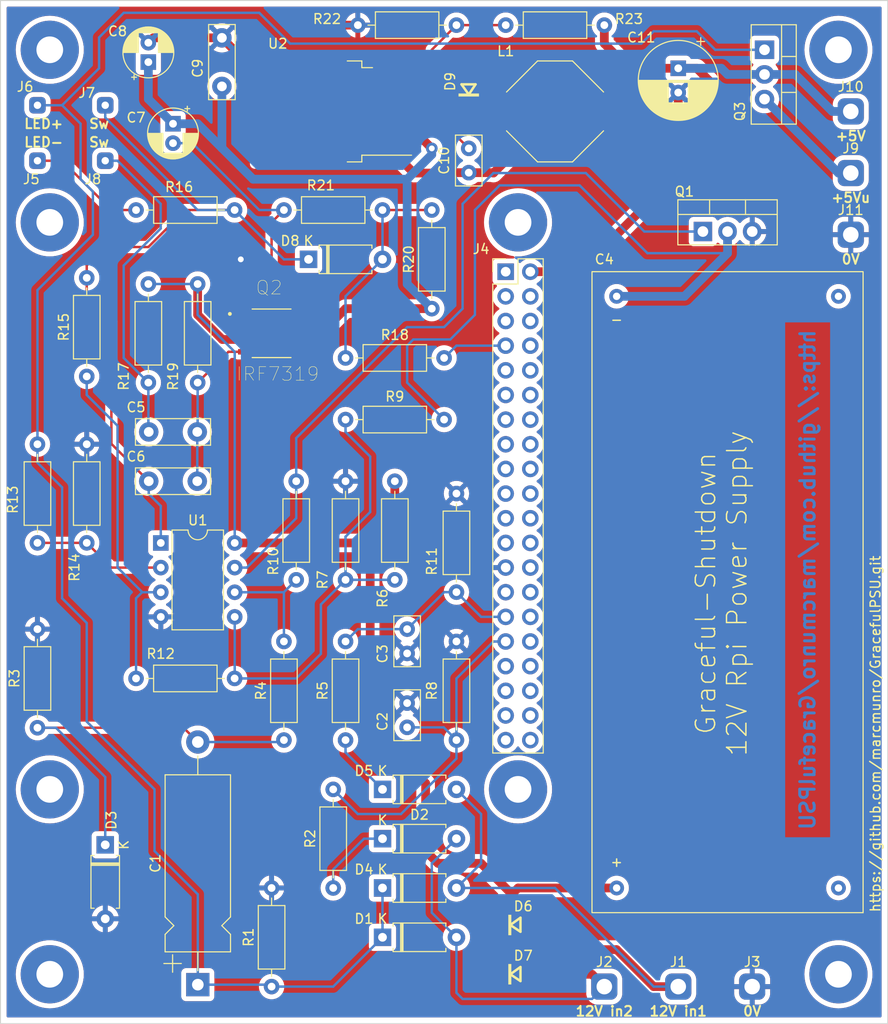
<source format=kicad_pcb>
(kicad_pcb (version 20211014) (generator pcbnew)
  (layers (0 "F.Cu" signal) (31 "B.Cu" signal) (34 "B.Paste" user) (35 "F.Paste" user) (36 "B.SilkS" user "B.Silkscreen") (37 "F.SilkS" user "F.Silkscreen") (38 "B.Mask" user) (39 "F.Mask" user) (44 "Edge.Cuts" user))
  (net 0 "")
  (net 1 "GND")
  (net 2 "Net-(C1-Pad2)")
  (net 3 "Net-(C1-Pad1)")
  (net 4 "Net-(C10-Pad2)")
  (net 5 "Net-(C4-Pad2)")
  (net 6 "Net-(C2-Pad2)")
  (net 7 "Net-(C10-Pad1)")
  (net 8 "Net-(C7-Pad2)")
  (net 9 "Net-(C3-Pad1)")
  (net 10 "Net-(C4-Pad1)")
  (net 11 "Net-(D2-Pad1)")
  (net 12 "Net-(C6-Pad2)")
  (net 13 "Net-(D1-Pad2)")
  (net 14 "/A")
  (net 15 "Net-(C7-Pad1)")
  (net 16 "Net-(C11-Pad1)")
  (net 17 "Net-(D4-Pad2)")
  (net 18 "Net-(D5-Pad1)")
  (net 24 "Net-(J4-Pad7)")
  (net 52 "/B")
  (net 56 "Net-(Q1-Pad1)")
  (net 57 "Net-(R10-Pad1)")
  (net 58 "Net-(R12-Pad1)")
  (net 59 "Net-(R12-Pad2)")
  (net 60 "Net-(R13-Pad2)")
  (net 61 "Net-(R22-Pad1)")
  (net 62 "Net-(J9-Pad1)")
  (net 63 "Net-(D8-Pad2)")
  (net 64 "Net-(J5-Pad1)")
  (footprint "Diode_THT:D_A-405_P7.62mm_Horizontal" (layer "F.Cu") (at 134.62 172.72)
    (fp_text reference "D4")
    (fp_text value "D" hide)
  )
  (footprint "Capacitor_THT:CP_Radial_D8.0mm_P2.50mm" (layer "F.Cu") (at 165.1 88.265 -90)
    (fp_text reference "C11")
    (fp_text value "1000μF")
  )
  (footprint "Resistor_THT:R_Axial_DIN0207_L6.3mm_D2.5mm_P10.16mm_Horizontal" (layer "F.Cu") (at 125.73 140.97 90)
    (fp_text reference "R10")
    (fp_text value "10M")
  )
  (footprint "Resistor_THT:R_Axial_DIN0207_L6.3mm_D2.5mm_P10.16mm_Horizontal" (layer "F.Cu") (at 129.54 172.72 90)
    (fp_text reference "R2")
    (fp_text value "1M")
  )
  (footprint "Resistor_THT:R_Axial_DIN0207_L6.3mm_D2.5mm_P10.16mm_Horizontal" (layer "F.Cu") (at 123.19 182.88 90)
    (fp_text reference "R1")
    (fp_text value "100K")
  )
  (footprint "my_extras:DO-214AC" (layer "F.Cu") (at 148.59 176.53)
    (fp_text reference "D6")
    (fp_text value "SS54")
  )
  (footprint "my_extras:SolderConnector - HighCurrent" (layer "F.Cu") (at 182.88 92.71)
    (fp_text reference "J10")
    (fp_text value "+5V" hide)
  )
  (footprint "Package_TO_SOT_THT:TO-220-3_Vertical" (layer "F.Cu") (at 167.64 105.085)
    (fp_text reference "Q1")
    (fp_text value "CSD19505")
  )
  (footprint "Capacitor_THT:C_Disc_D5.0mm_W2.5mm_P2.50mm" (layer "F.Cu") (at 137.16 146.05 -90)
    (fp_text reference "C3")
    (fp_text value "0.1μF")
  )
  (footprint "my_extras:pihole" (layer "F.Cu") (at 100.33 162.56)
    (fp_text reference "REF**" hide)
    (fp_text value "pihole" hide)
  )
  (footprint "Capacitor_THT:C_Disc_D5.0mm_W2.5mm_P2.50mm" (layer "F.Cu") (at 137.16 153.67 -90)
    (fp_text reference "C2")
    (fp_text value "0.1μF")
  )
  (footprint "Resistor_THT:R_Axial_DIN0207_L6.3mm_D2.5mm_P10.16mm_Horizontal" (layer "F.Cu") (at 130.81 124.46)
    (fp_text reference "R9")
    (fp_text value "560K")
  )
  (footprint "Resistor_THT:R_Axial_DIN0207_L6.3mm_D2.5mm_P10.16mm_Horizontal" (layer "F.Cu") (at 110.49 110.49 -90)
    (fp_text reference "R17")
    (fp_text value "10K")
  )
  (footprint "Resistor_THT:R_Axial_DIN0207_L6.3mm_D2.5mm_P10.16mm_Horizontal" (layer "F.Cu") (at 147.32 83.82)
    (fp_text reference "R23")
    (fp_text value "2K87")
  )
  (footprint "my_extras:pihole" (layer "F.Cu") (at 100.33 104.14)
    (fp_text reference "REF**" hide)
    (fp_text value "pihole" hide)
  )
  (footprint "Capacitor_THT:CP_Radial_D5.0mm_P2.00mm" (layer "F.Cu") (at 110.49 87.63 90)
    (fp_text reference "C8")
    (fp_text value "27μF")
  )
  (footprint "Capacitor_THT:C_Disc_D7.5mm_W2.5mm_P5.00mm" (layer "F.Cu") (at 115.53 130.81 180)
    (fp_text reference "C6")
    (fp_text value "1μF")
  )
  (footprint "Resistor_THT:R_Axial_DIN0207_L6.3mm_D2.5mm_P10.16mm_Horizontal" (layer "F.Cu") (at 142.24 147.32 -90)
    (fp_text reference "R8")
    (fp_text value "100K")
  )
  (footprint "Capacitor_THT:C_Disc_D7.5mm_W2.5mm_P5.00mm" (layer "F.Cu") (at 118.07 90.13 90)
    (fp_text reference "C9")
    (fp_text value "1μF")
  )
  (footprint "Resistor_THT:R_Axial_DIN0207_L6.3mm_D2.5mm_P10.16mm_Horizontal" (layer "F.Cu") (at 115.57 110.49 -90)
    (fp_text reference "R19")
    (fp_text value "100K")
  )
  (footprint "Resistor_THT:R_Axial_DIN0207_L6.3mm_D2.5mm_P10.16mm_Horizontal" (layer "F.Cu") (at 130.81 118.11)
    (fp_text reference "R18")
    (fp_text value "1K")
  )
  (footprint "my_extras:SolderConnector" (layer "F.Cu") (at 106.045 92.075)
    (fp_text reference "J7")
    (fp_text value "Sw" hide)
  )
  (footprint "Capacitor_THT:C_Disc_D5.0mm_W2.5mm_P2.50mm" (layer "F.Cu") (at 143.51 96.52 -90)
    (fp_text reference "C10")
    (fp_text value "0.1μF")
  )
  (footprint "my_extras:SOIC127P600X175-8N" (layer "F.Cu") (at 123.19 115.57)
    (fp_text reference "Q2")
    (fp_text value "IRF7319")
  )
  (footprint "Resistor_THT:R_Axial_DIN0207_L6.3mm_D2.5mm_P10.16mm_Horizontal" (layer "F.Cu") (at 99.06 127 -90)
    (fp_text reference "R13")
    (fp_text value "430K")
  )
  (footprint "Resistor_THT:R_Axial_DIN0207_L6.3mm_D2.5mm_P10.16mm_Horizontal" (layer "F.Cu") (at 104.14 120.015 90)
    (fp_text reference "R15")
    (fp_text value "10M")
  )
  (footprint "my_extras:SolderConnector - HighCurrent" (layer "F.Cu") (at 172.72 182.88)
    (fp_text reference "J3")
    (fp_text value "0v")
  )
  (footprint "" (layer "F.Cu") (at 181.61 181.61)
    (fp_text reference "")
    (fp_text value "")
  )
  (footprint "my_extras:pihole" (layer "F.Cu") (at 148.59 162.56)
    (fp_text reference "REF**" hide)
    (fp_text value "pihole" hide)
  )
  (footprint "my_extras:DO-214AC" (layer "F.Cu") (at 143.51 90.17 90)
    (fp_text reference "D9")
    (fp_text value "SS54")
  )
  (footprint "Diode_THT:D_A-405_P7.62mm_Horizontal" (layer "F.Cu") (at 134.62 177.8)
    (fp_text reference "D1")
    (fp_text value "D" hide)
  )
  (footprint "Package_TO_SOT_SMD:TO-263-7_TabPin8" (layer "F.Cu") (at 129.54 92.71 180)
    (fp_text reference "U2")
    (fp_text value "LM22678TJ-ADJ")
  )
  (footprint "Diode_THT:D_A-405_P7.62mm_Horizontal" (layer "F.Cu") (at 106.045 168.275 -90)
    (fp_text reference "D3")
    (fp_text value "D" hide)
  )
  (footprint "my_extras:DO-214AC" (layer "F.Cu") (at 148.59 181.61)
    (fp_text reference "D7")
    (fp_text value "SS54")
  )
  (footprint "Resistor_THT:R_Axial_DIN0207_L6.3mm_D2.5mm_P10.16mm_Horizontal" (layer "F.Cu") (at 130.81 140.97 90)
    (fp_text reference "R7")
    (fp_text value "1M")
  )
  (footprint "" (layer "F.Cu") (at 100.33 181.61)
    (fp_text reference "")
    (fp_text value "")
  )
  (footprint "Resistor_THT:R_Axial_DIN0207_L6.3mm_D2.5mm_P10.16mm_Horizontal" (layer "F.Cu") (at 134.62 102.87 180)
    (fp_text reference "R21")
    (fp_text value "330K")
  )
  (footprint "Resistor_THT:R_Axial_DIN0207_L6.3mm_D2.5mm_P10.16mm_Horizontal" (layer "F.Cu") (at 142.24 132.08 -90)
    (fp_text reference "R11")
    (fp_text value "100K")
  )
  (footprint "Diode_THT:D_A-405_P7.62mm_Horizontal" (layer "F.Cu") (at 134.62 162.56)
    (fp_text reference "D5")
    (fp_text value "D")
  )
  (footprint "Resistor_THT:R_Axial_DIN0207_L6.3mm_D2.5mm_P10.16mm_Horizontal" (layer "F.Cu") (at 109.22 102.87)
    (fp_text reference "R16")
    (fp_text value "12k")
  )
  (footprint "my_extras:SolderConnector - HighCurrent" (layer "F.Cu") (at 182.88 99.06)
    (fp_text reference "J9")
    (fp_text value "+5Vu" hide)
  )
  (footprint "Capacitor_THT:CP_Radial_D5.0mm_P2.00mm" (layer "F.Cu") (at 113.03 93.98 -90)
    (fp_text reference "C7")
    (fp_text value "10μF")
  )
  (footprint "my_extras:SolderConnector" (layer "F.Cu") (at 99.06 92.075)
    (fp_text reference "J6")
    (fp_text value "LED+" hide)
  )
  (footprint "Resistor_THT:R_Axial_DIN0207_L6.3mm_D2.5mm_P10.16mm_Horizontal" (layer "F.Cu") (at 119.38 151.13 180)
    (fp_text reference "R12")
    (fp_text value "1M")
  )
  (footprint "Resistor_THT:R_Axial_DIN0207_L6.3mm_D2.5mm_P10.16mm_Horizontal" (layer "F.Cu") (at 124.46 157.48 90)
    (fp_text reference "R4")
    (fp_text value "2M")
  )
  (footprint "Connector_PinHeader_2.54mm:PinHeader_2x20_P2.54mm_Vertical" (layer "F.Cu") (at 147.315 109.225)
    (fp_text reference "J4")
    (fp_text value "Conn_02x20_Odd_Even" hide)
  )
  (footprint "my_extras:pihole" (layer "F.Cu") (at 148.59 104.14)
    (fp_text reference "REF**" hide)
    (fp_text value "pihole" hide)
  )
  (footprint "Resistor_THT:R_Axial_DIN0207_L6.3mm_D2.5mm_P10.16mm_Horizontal" (layer "F.Cu") (at 142.24 83.82 180)
    (fp_text reference "R22")
    (fp_text value "1K")
  )
  (footprint "Resistor_THT:R_Axial_DIN0207_L6.3mm_D2.5mm_P10.16mm_Horizontal" (layer "F.Cu") (at 130.81 157.48 90)
    (fp_text reference "R5")
    (fp_text value "1M")
  )
  (footprint "my_extras:SolderConnector - HighCurrent" (layer "F.Cu") (at 182.88 105.41)
    (fp_text reference "J11")
    (fp_text value "0V" hide)
  )
  (footprint "" (layer "F.Cu") (at 100.33 86.36)
    (fp_text reference "")
    (fp_text value "")
  )
  (footprint "" (layer "F.Cu") (at 181.61 86.36)
    (fp_text reference "")
    (fp_text value "")
  )
  (footprint "Resistor_THT:R_Axial_DIN0207_L6.3mm_D2.5mm_P10.16mm_Horizontal" (layer "F.Cu") (at 135.89 130.81 -90)
    (fp_text reference "R6")
    (fp_text value "330K")
  )
  (footprint "Resistor_THT:R_Axial_DIN0207_L6.3mm_D2.5mm_P10.16mm_Horizontal" (layer "F.Cu") (at 104.14 137.16 90)
    (fp_text reference "R14")
    (fp_text value "560K")
  )
  (footprint "Resistor_THT:R_Axial_DIN0207_L6.3mm_D2.5mm_P10.16mm_Horizontal" (layer "F.Cu") (at 99.06 156.21 90)
    (fp_text reference "R3")
    (fp_text value "1M")
  )
  (footprint "Package_TO_SOT_THT:TO-220-3_Vertical" (layer "F.Cu") (at 173.99 86.36 -90)
    (fp_text reference "Q3")
    (fp_text value "CSD19505KCS")
  )
  (footprint "my_extras:SolderConnector" (layer "F.Cu") (at 106.045 97.79)
    (fp_text reference "J8")
    (fp_text value "Sw" hide)
  )
  (footprint "Diode_THT:D_A-405_P7.62mm_Horizontal" (layer "F.Cu") (at 134.62 167.64)
    (fp_text reference "D2")
    (fp_text value "D" hide)
  )
  (footprint "Inductor_SMD:L_Bourns-SRU1028_10.0x10.0mm" (layer "F.Cu") (at 152.4 92.71)
    (fp_text reference "L1")
    (fp_text value "6.8μH")
  )
  (footprint "Capacitor_THT:C_Disc_D7.5mm_W2.5mm_P5.00mm" (layer "F.Cu") (at 115.53 125.73 180)
    (fp_text reference "C5")
    (fp_text value "1μF")
  )
  (footprint "my_extras:SolderConnector - HighCurrent" (layer "F.Cu") (at 157.48 182.88)
    (fp_text reference "J2")
    (fp_text value "+12V in2" hide)
  )
  (footprint "my_extras:SuperCapacitor Module" (layer "F.Cu") (at 168.91 154.94 180)
    (fp_text reference "C4")
    (fp_text value "1.6F")
  )
  (footprint "Package_DIP:DIP-8_W7.62mm" (layer "F.Cu") (at 111.77 137.17)
    (fp_text reference "U1")
    (fp_text value "LM358")
  )
  (footprint "my_extras:SolderConnector - HighCurrent" (layer "F.Cu") (at 165.1 182.88)
    (fp_text reference "J1")
    (fp_text value "+12V in1" hide)
  )
  (footprint "Resistor_THT:R_Axial_DIN0207_L6.3mm_D2.5mm_P10.16mm_Horizontal" (layer "F.Cu") (at 139.7 113.03 90)
    (fp_text reference "R20")
    (fp_text value "100K")
  )
  (footprint "Diode_THT:D_A-405_P7.62mm_Horizontal" (layer "F.Cu") (at 127 107.95)
    (fp_text reference "D8")
    (fp_text value "D" hide)
  )
  (footprint "my_extras:SolderConnector" (layer "F.Cu") (at 99.06 97.79)
    (fp_text reference "J5")
    (fp_text value "LED-" hide)
  )
  (footprint "Capacitor_THT:CP_Axial_L18.0mm_D6.5mm_P25.00mm_Horizontal" (layer "F.Cu") (at 115.5875 182.68 90)
    (fp_text reference "C1")
    (fp_text value "16uF")
  )
  (gr_rect (start 186.69 81.28) (end 95.25 186.69) (layer "Edge.Cuts") (width 0.1) (fill none))
  (gr_text "https://github.com/marcmunro/GracefulPSU" (at 178.435 140.97 90) (layer "B.Cu") (effects (font (size 1.5 1.5) (thickness 0.3)) (justify mirror)))
  (gr_text "12V in2" (at 157.48 185.42) (layer "F.SilkS") (effects (font (size 1 1) (thickness 0.2))))
  (gr_text "LED+" (at 99.695 93.98) (layer "F.SilkS") (effects (font (size 1 1) (thickness 0.2))))
  (gr_text "+5V" (at 182.88 95.25) (layer "F.SilkS") (effects (font (size 1 1) (thickness 0.2))))
  (gr_text "https://github.com/marcmunro/GracefulPSU.git" (at 185.42 156.845 90) (layer "F.SilkS") (effects (font (size 1 1))))
  (gr_text "12V in1" (at 165.1 185.42) (layer "F.SilkS") (effects (font (size 1 1) (thickness 0.2))))
  (gr_text "+5Vu" (at 182.88 101.6) (layer "F.SilkS") (effects (font (size 1 1) (thickness 0.2))))
  (gr_text "LED-" (at 99.695 95.885) (layer "F.SilkS") (effects (font (size 1 1) (thickness 0.2))))
  (gr_text "0V" (at 172.72 185.42) (layer "F.SilkS") (effects (font (size 1 1) (thickness 0.2))))
  (gr_text "Sw" (at 105.41 93.98) (layer "F.SilkS") (effects (font (size 1 1) (thickness 0.2))))
  (gr_text "Graceful-Shutdown \n12V Rpi Power Supply " (at 169.545 141.605 90) (layer "F.SilkS") (effects (font (size 2 2))))
  (gr_text "Sw" (at 105.41 95.885) (layer "F.SilkS") (effects (font (size 1 1) (thickness 0.2))))
  (gr_text "0V" (at 182.88 107.95) (layer "F.SilkS") (effects (font (size 1 1) (thickness 0.2))))
  (segment (start 135.315 92.71) (end 126.165 92.71) (width 0.9) (layer "F.Cu") (net 1))
  (segment (start 110.99 85.13) (end 110.49 85.63) (width 0.9) (layer "F.Cu") (net 1))
  (segment (start 120.715 108.65) (end 120.015 107.95) (width 0.9) (layer "F.Cu") (net 1))
  (segment (start 129.54 83.82) (end 126.165 87.195) (width 0.9) (layer "F.Cu") (net 1))
  (segment (start 152.4 90.17) (end 152.4 95.25) (width 0.9) (layer "F.Cu") (net 1))
  (segment (start 143.51 88.12) (end 150.35 88.12) (width 0.9) (layer "F.Cu") (net 1))
  (segment (start 152.4 95.25) (end 154.94 97.79) (width 0.9) (layer "F.Cu") (net 1))
  (segment (start 118.07 85.13) (end 110.99 85.13) (width 0.9) (layer "F.Cu") (net 1))
  (segment (start 135.315 92.71) (end 138.92 92.71) (width 0.9) (layer "F.Cu") (net 1))
  (segment (start 126.165 87.195) (end 126.165 92.71) (width 0.9) (layer "F.Cu") (net 1))
  (segment (start 125.65 92.71) (end 126.165 92.71) (width 0.9) (layer "F.Cu") (net 1))
  (segment (start 118.07 85.13) (end 125.65 92.71) (width 0.9) (layer "F.Cu") (net 1))
  (segment (start 165.1 92.71) (end 165.1 90.765) (width 0.9) (layer "F.Cu") (net 1))
  (segment (start 138.92 92.71) (end 143.51 88.12) (width 0.9) (layer "F.Cu") (net 1))
  (segment (start 160.02 97.79) (end 165.1 92.71) (width 0.9) (layer "F.Cu") (net 1))
  (segment (start 132.08 83.82) (end 129.54 83.82) (width 0.9) (layer "F.Cu") (net 1))
  (segment (start 120.715 113.665) (end 120.715 108.65) (width 0.9) (layer "F.Cu") (net 1))
  (segment (start 154.94 97.79) (end 160.02 97.79) (width 0.9) (layer "F.Cu") (net 1))
  (segment (start 150.35 88.12) (end 152.4 90.17) (width 0.9) (layer "F.Cu") (net 1))
  (via (at 120.015 107.95) (size 1.2) (drill 0.6) (layers "F.Cu" "B.Cu") (net 1))
  (segment (start 99.06 156.21) (end 114.1175 156.21) (width 0.25) (layer "F.Cu") (net 2))
  (segment (start 114.1175 156.21) (end 115.5875 157.68) (width 0.25) (layer "F.Cu") (net 2))
  (segment (start 115.5875 157.68) (end 124.26 157.68) (width 0.25) (layer "B.Cu") (net 2))
  (segment (start 106.045 161.29) (end 106.045 168.275) (width 0.25) (layer "B.Cu") (net 2))
  (segment (start 124.26 157.68) (end 124.46 157.48) (width 0.25) (layer "B.Cu") (net 2))
  (segment (start 99.06 156.21) (end 100.965 156.21) (width 0.25) (layer "B.Cu") (net 2))
  (segment (start 100.965 156.21) (end 106.045 161.29) (width 0.25) (layer "B.Cu") (net 2))
  (segment (start 99.06 128.905) (end 101.6 131.445) (width 0.25) (layer "B.Cu") (net 3))
  (segment (start 115.5875 173.3725) (end 115.5875 182.68) (width 0.25) (layer "B.Cu") (net 3))
  (segment (start 101.6 92.075) (end 99.06 92.075) (width 0.25) (layer "B.Cu") (net 3))
  (segment (start 167.005 84.455) (end 162.56 84.455) (width 0.25) (layer "B.Cu") (net 3))
  (segment (start 104.14 155.575) (end 111.125 162.56) (width 0.25) (layer "B.Cu") (net 3))
  (segment (start 104.14 145.415) (end 104.14 155.575) (width 0.25) (layer "B.Cu") (net 3))
  (segment (start 104.775 105.41) (end 99.06 111.125) (width 0.25) (layer "B.Cu") (net 3))
  (segment (start 161.29 85.725) (end 125.095 85.725) (width 0.25) (layer "B.Cu") (net 3))
  (segment (start 134.62 172.72) (end 134.62 177.8) (width 0.25) (layer "B.Cu") (net 3))
  (segment (start 111.125 168.91) (end 115.5875 173.3725) (width 0.25) (layer "B.Cu") (net 3))
  (segment (start 123.19 182.88) (end 129.54 182.88) (width 0.25) (layer "B.Cu") (net 3))
  (segment (start 121.92 82.55) (end 107.95 82.55) (width 0.25) (layer "B.Cu") (net 3))
  (segment (start 103.505 93.98) (end 103.505 99.695) (width 0.25) (layer "B.Cu") (net 3))
  (segment (start 129.54 182.88) (end 134.62 177.8) (width 0.25) (layer "B.Cu") (net 3))
  (segment (start 122.99 182.68) (end 123.19 182.88) (width 0.25) (layer "B.Cu") (net 3))
  (segment (start 125.095 85.725) (end 121.92 82.55) (width 0.25) (layer "B.Cu") (net 3))
  (segment (start 105.41 88.265) (end 101.6 92.075) (width 0.25) (layer "B.Cu") (net 3))
  (segment (start 115.5875 182.68) (end 122.99 182.68) (width 0.25) (layer "B.Cu") (net 3))
  (segment (start 101.6 92.075) (end 103.505 93.98) (width 0.25) (layer "B.Cu") (net 3))
  (segment (start 99.06 111.125) (end 99.06 127) (width 0.25) (layer "B.Cu") (net 3))
  (segment (start 99.06 127) (end 99.06 128.905) (width 0.25) (layer "B.Cu") (net 3))
  (segment (start 168.91 86.36) (end 167.005 84.455) (width 0.25) (layer "B.Cu") (net 3))
  (segment (start 162.56 84.455) (end 161.29 85.725) (width 0.25) (layer "B.Cu") (net 3))
  (segment (start 173.99 86.36) (end 168.91 86.36) (width 0.25) (layer "B.Cu") (net 3))
  (segment (start 101.6 142.875) (end 104.14 145.415) (width 0.25) (layer "B.Cu") (net 3))
  (segment (start 105.41 85.09) (end 105.41 88.265) (width 0.25) (layer "B.Cu") (net 3))
  (segment (start 104.775 100.965) (end 104.775 105.41) (width 0.25) (layer "B.Cu") (net 3))
  (segment (start 111.125 162.56) (end 111.125 168.91) (width 0.25) (layer "B.Cu") (net 3))
  (segment (start 101.6 131.445) (end 101.6 142.875) (width 0.25) (layer "B.Cu") (net 3))
  (segment (start 103.505 99.695) (end 104.775 100.965) (width 0.25) (layer "B.Cu") (net 3))
  (segment (start 107.95 82.55) (end 105.41 85.09) (width 0.25) (layer "B.Cu") (net 3))
  (segment (start 141.01 99.02) (end 143.51 99.02) (width 0.9) (layer "F.Cu") (net 4))
  (segment (start 147.9 92.71) (end 147.9 97.21) (width 0.9) (layer "F.Cu") (net 4))
  (segment (start 143.51 92.22) (end 147.41 92.22) (width 0.9) (layer "F.Cu") (net 4))
  (segment (start 146.01 99.02) (end 143.51 99.02) (width 0.9) (layer "F.Cu") (net 4))
  (segment (start 140.97 99.06) (end 141.01 99.02) (width 0.9) (layer "F.Cu") (net 4))
  (segment (start 147.9 97.21) (end 146.05 99.06) (width 0.9) (layer "F.Cu") (net 4))
  (segment (start 147.41 92.22) (end 147.9 92.71) (width 0.9) (layer "F.Cu") (net 4))
  (segment (start 146.05 99.06) (end 146.01 99.02) (width 0.9) (layer "F.Cu") (net 4))
  (segment (start 137.855 99.06) (end 135.315 96.52) (width 0.9) (layer "F.Cu") (net 4))
  (segment (start 140.97 99.06) (end 137.855 99.06) (width 0.9) (layer "F.Cu") (net 4))
  (segment (start 165.735 111.76) (end 158.75 111.76) (width 0.9) (layer "B.Cu") (net 5))
  (segment (start 137.16 120.65) (end 140.97 124.46) (width 0.25) (layer "B.Cu") (net 5))
  (segment (start 161.925 107.315) (end 154.94 100.33) (width 0.25) (layer "B.Cu") (net 5))
  (segment (start 170.18 107.315) (end 165.735 111.76) (width 0.9) (layer "B.Cu") (net 5))
  (segment (start 144.145 102.87) (end 144.145 113.665) (width 0.25) (layer "B.Cu") (net 5))
  (segment (start 141.605 116.205) (end 137.795 116.205) (width 0.25) (layer "B.Cu") (net 5))
  (segment (start 137.16 116.84) (end 137.16 120.65) (width 0.25) (layer "B.Cu") (net 5))
  (segment (start 146.685 100.33) (end 144.145 102.87) (width 0.25) (layer "B.Cu") (net 5))
  (segment (start 137.795 116.205) (end 137.16 116.84) (width 0.25) (layer "B.Cu") (net 5))
  (segment (start 170.18 105.085) (end 170.18 107.315) (width 0.9) (layer "B.Cu") (net 5))
  (segment (start 170.18 107.315) (end 161.925 107.315) (width 0.25) (layer "B.Cu") (net 5))
  (segment (start 154.94 100.33) (end 146.685 100.33) (width 0.25) (layer "B.Cu") (net 5))
  (segment (start 144.145 113.665) (end 141.605 116.205) (width 0.25) (layer "B.Cu") (net 5))
  (segment (start 136.525 165.1) (end 142.24 159.385) (width 0.25) (layer "B.Cu") (net 6))
  (segment (start 146.055 147.325) (end 142.24 151.14) (width 0.25) (layer "B.Cu") (net 6))
  (segment (start 142.24 151.14) (end 142.24 157.48) (width 0.25) (layer "B.Cu") (net 6))
  (segment (start 129.54 162.56) (end 132.08 165.1) (width 0.25) (layer "B.Cu") (net 6))
  (segment (start 132.08 165.1) (end 136.525 165.1) (width 0.25) (layer "B.Cu") (net 6))
  (segment (start 137.16 156.17) (end 140.93 156.17) (width 0.25) (layer "B.Cu") (net 6))
  (segment (start 140.93 156.17) (end 142.24 157.48) (width 0.25) (layer "B.Cu") (net 6))
  (segment (start 147.315 147.325) (end 146.055 147.325) (width 0.25) (layer "B.Cu") (net 6))
  (segment (start 142.24 159.385) (end 142.24 157.48) (width 0.25) (layer "B.Cu") (net 6))
  (segment (start 140.97 93.98) (end 143.51 96.52) (width 0.25) (layer "F.Cu") (net 7))
  (segment (start 135.315 93.98) (end 140.97 93.98) (width 0.25) (layer "F.Cu") (net 7))
  (segment (start 120.715 114.935) (end 122.555 114.935) (width 0.25) (layer "F.Cu") (net 8))
  (segment (start 123.19 104.14) (end 124.46 102.87) (width 0.25) (layer "F.Cu") (net 8))
  (segment (start 123.19 114.3) (end 123.19 104.14) (width 0.25) (layer "F.Cu") (net 8))
  (segment (start 122.555 114.935) (end 123.19 114.3) (width 0.25) (layer "F.Cu") (net 8))
  (segment (start 124.46 102.87) (end 121.92 102.87) (width 0.25) (layer "B.Cu") (net 8))
  (segment (start 121.92 102.87) (end 114.935 95.885) (width 0.25) (layer "B.Cu") (net 8))
  (segment (start 114.84 95.98) (end 113.03 95.98) (width 0.25) (layer "B.Cu") (net 8))
  (segment (start 114.935 95.885) (end 114.84 95.98) (width 0.25) (layer "B.Cu") (net 8))
  (segment (start 130.81 147.32) (end 132.08 146.05) (width 0.25) (layer "B.Cu") (net 9))
  (segment (start 144.785 144.785) (end 142.24 142.24) (width 0.25) (layer "B.Cu") (net 9))
  (segment (start 140.97 142.24) (end 142.24 142.24) (width 0.25) (layer "B.Cu") (net 9))
  (segment (start 132.08 146.05) (end 137.16 146.05) (width 0.25) (layer "B.Cu") (net 9))
  (segment (start 147.315 144.785) (end 144.785 144.785) (width 0.25) (layer "B.Cu") (net 9))
  (segment (start 137.16 146.05) (end 140.97 142.24) (width 0.25) (layer "B.Cu") (net 9))
  (segment (start 146.54 174.77) (end 147.955 173.355) (width 0.9) (layer "F.Cu") (net 10))
  (segment (start 148.59 172.72) (end 158.75 172.72) (width 0.9) (layer "F.Cu") (net 10))
  (segment (start 144.78 170.18) (end 147.955 173.355) (width 0.9) (layer "F.Cu") (net 10))
  (segment (start 120.715 116.205) (end 118.11 116.205) (width 0.9) (layer "F.Cu") (net 10))
  (segment (start 139.065 168.91) (end 140.335 170.18) (width 0.9) (layer "F.Cu") (net 10))
  (segment (start 140.335 170.18) (end 144.78 170.18) (width 0.9) (layer "F.Cu") (net 10))
  (segment (start 147.955 173.355) (end 148.59 172.72) (width 0.9) (layer "F.Cu") (net 10))
  (segment (start 133.35 156.21) (end 139.065 161.925) (width 0.9) (layer "F.Cu") (net 10))
  (segment (start 133.35 136.525) (end 133.35 137.16) (width 0.9) (layer "F.Cu") (net 10))
  (segment (start 133.35 137.16) (end 133.34 137.17) (width 0.9) (layer "F.Cu") (net 10))
  (segment (start 135.89 130.81) (end 135.89 133.985) (width 0.9) (layer "F.Cu") (net 10))
  (segment (start 146.54 176.53) (end 146.54 181.61) (width 0.9) (layer "F.Cu") (net 10))
  (segment (start 139.065 161.925) (end 139.065 168.91) (width 0.9) (layer "F.Cu") (net 10))
  (segment (start 133.34 137.17) (end 119.39 137.17) (width 0.9) (layer "F.Cu") (net 10))
  (segment (start 146.54 176.53) (end 146.54 174.77) (width 0.9) (layer "F.Cu") (net 10))
  (segment (start 133.35 137.16) (end 133.35 156.21) (width 0.9) (layer "F.Cu") (net 10))
  (segment (start 118.11 116.205) (end 115.57 113.665) (width 0.9) (layer "F.Cu") (net 10))
  (segment (start 135.89 133.985) (end 133.35 136.525) (width 0.9) (layer "F.Cu") (net 10))
  (segment (start 115.57 113.665) (end 115.57 110.49) (width 0.9) (layer "F.Cu") (net 10))
  (segment (start 119.39 137.17) (end 119.39 117.485) (width 0.25) (layer "B.Cu") (net 10))
  (segment (start 119.39 117.485) (end 115.57 113.665) (width 0.25) (layer "B.Cu") (net 10))
  (segment (start 115.57 110.49) (end 110.49 110.49) (width 0.25) (layer "B.Cu") (net 10))
  (segment (start 115.57 113.665) (end 115.57 110.49) (width 0.25) (layer "B.Cu") (net 10))
  (segment (start 129.54 170.815) (end 129.54 172.72) (width 0.25) (layer "B.Cu") (net 11))
  (segment (start 132.715 167.64) (end 129.54 170.815) (width 0.25) (layer "B.Cu") (net 11))
  (segment (start 134.62 167.64) (end 132.715 167.64) (width 0.25) (layer "B.Cu") (net 11))
  (segment (start 110.53 130.81) (end 106.68 126.96) (width 0.25) (layer "F.Cu") (net 12))
  (segment (start 114.3 102.87) (end 110.49 106.68) (width 0.25) (layer "F.Cu") (net 12))
  (segment (start 106.68 114.3) (end 104.14 111.76) (width 0.25) (layer "F.Cu") (net 12))
  (segment (start 110.49 106.68) (end 106.045 106.68) (width 0.25) (layer "F.Cu") (net 12))
  (segment (start 114.3 102.87) (end 119.38 102.87) (width 0.25) (layer "F.Cu") (net 12))
  (segment (start 106.68 126.96) (end 106.68 114.3) (width 0.25) (layer "F.Cu") (net 12))
  (segment (start 106.045 106.68) (end 104.14 108.585) (width 0.25) (layer "F.Cu") (net 12))
  (segment (start 104.14 111.76) (end 104.14 109.855) (width 0.25) (layer "F.Cu") (net 12))
  (segment (start 104.14 108.585) (end 104.14 109.855) (width 0.25) (layer "F.Cu") (net 12))
  (segment (start 106.045 93.345) (end 115.57 102.87) (width 0.25) (layer "B.Cu") (net 12))
  (segment (start 110.53 130.81) (end 110.53 132.12) (width 0.25) (layer "B.Cu") (net 12))
  (segment (start 124.46 107.95) (end 119.38 102.87) (width 0.25) (layer "B.Cu") (net 12))
  (segment (start 127 107.95) (end 124.46 107.95) (width 0.25) (layer "B.Cu") (net 12))
  (segment (start 111.77 133.36) (end 111.77 137.17) (width 0.25) (layer "B.Cu") (net 12))
  (segment (start 106.045 92.075) (end 106.045 93.345) (width 0.25) (layer "B.Cu") (net 12))
  (segment (start 110.53 132.12) (end 111.77 133.36) (width 0.25) (layer "B.Cu") (net 12))
  (segment (start 115.57 102.87) (end 119.38 102.87) (width 0.25) (layer "B.Cu") (net 12))
  (segment (start 150.64 181.61) (end 156.21 181.61) (width 0.9) (layer "F.Cu") (net 13))
  (segment (start 156.21 181.61) (end 157.48 182.88) (width 0.9) (layer "F.Cu") (net 13))
  (segment (start 139.7 175.26) (end 142.24 177.8) (width 0.25) (layer "B.Cu") (net 13))
  (segment (start 142.875 184.15) (end 156.21 184.15) (width 0.25) (layer "B.Cu") (net 13))
  (segment (start 139.7 170.18) (end 139.7 175.26) (width 0.25) (layer "B.Cu") (net 13))
  (segment (start 156.21 184.15) (end 157.48 182.88) (width 0.25) (layer "B.Cu") (net 13))
  (segment (start 142.24 183.515) (end 142.875 184.15) (width 0.25) (layer "B.Cu") (net 13))
  (segment (start 142.24 167.64) (end 139.7 170.18) (width 0.25) (layer "B.Cu") (net 13))
  (segment (start 142.24 177.8) (end 142.24 183.515) (width 0.25) (layer "B.Cu") (net 13))
  (segment (start 125.665 113.665) (end 125.665 114.935) (width 0.25) (layer "F.Cu") (net 14))
  (segment (start 118.745 117.475) (end 115.57 120.65) (width 0.25) (layer "F.Cu") (net 14))
  (segment (start 123.825 114.935) (end 125.665 114.935) (width 0.25) (layer "F.Cu") (net 14))
  (segment (start 122.555 117.475) (end 123.19 116.84) (width 0.25) (layer "F.Cu") (net 14))
  (segment (start 123.19 116.84) (end 123.19 115.57) (width 0.25) (layer "F.Cu") (net 14))
  (segment (start 123.19 115.57) (end 123.825 114.935) (width 0.25) (layer "F.Cu") (net 14))
  (segment (start 120.715 117.475) (end 122.555 117.475) (width 0.25) (layer "F.Cu") (net 14))
  (segment (start 120.715 117.475) (end 118.745 117.475) (width 0.25) (layer "F.Cu") (net 14))
  (segment (start 115.57 125.69) (end 115.53 125.73) (width 0.25) (layer "B.Cu") (net 14))
  (segment (start 115.57 120.65) (end 115.57 125.69) (width 0.25) (layer "B.Cu") (net 14))
  (segment (start 115.53 125.73) (end 115.53 130.81) (width 0.25) (layer "B.Cu") (net 14))
  (segment (start 127.635 116.205) (end 130.81 113.03) (width 0.9) (layer "F.Cu") (net 15))
  (segment (start 135.315 95.25) (end 138.43 95.25) (width 0.9) (layer "F.Cu") (net 15))
  (segment (start 125.665 116.205) (end 127.635 116.205) (width 0.9) (layer "F.Cu") (net 15))
  (segment (start 138.43 95.25) (end 139.7 96.52) (width 0.9) (layer "F.Cu") (net 15))
  (segment (start 125.665 117.475) (end 125.665 116.205) (width 0.9) (layer "F.Cu") (net 15))
  (segment (start 130.81 113.03) (end 139.7 113.03) (width 0.9) (layer "F.Cu") (net 15))
  (via (at 139.7 96.52) (size 1.2) (drill 0.6) (layers "F.Cu" "B.Cu") (net 15))
  (segment (start 113.03 93.98) (end 115.57 93.98) (width 0.9) (layer "B.Cu") (net 15))
  (segment (start 115.57 93.98) (end 118.07 96.48) (width 0.9) (layer "B.Cu") (net 15))
  (segment (start 137.16 110.49) (end 139.7 113.03) (width 0.9) (layer "B.Cu") (net 15))
  (segment (start 137.16 99.695) (end 121.285 99.695) (width 0.9) (layer "B.Cu") (net 15))
  (segment (start 110.49 91.44) (end 113.03 93.98) (width 0.9) (layer "B.Cu") (net 15))
  (segment (start 139.7 97.155) (end 137.16 99.695) (width 0.9) (layer "B.Cu") (net 15))
  (segment (start 137.16 99.695) (end 137.16 110.49) (width 0.9) (layer "B.Cu") (net 15))
  (segment (start 121.285 99.695) (end 118.07 96.48) (width 0.9) (layer "B.Cu") (net 15))
  (segment (start 110.49 87.63) (end 110.49 91.44) (width 0.9) (layer "B.Cu") (net 15))
  (segment (start 118.07 96.48) (end 118.07 90.13) (width 0.9) (layer "B.Cu") (net 15))
  (segment (start 139.7 96.52) (end 139.7 97.155) (width 0.9) (layer "B.Cu") (net 15))
  (segment (start 157.48 85.725) (end 160.655 88.9) (width 0.9) (layer "F.Cu") (net 16))
  (segment (start 154.935 109.225) (end 168.275 95.885) (width 0.9) (layer "F.Cu") (net 16))
  (segment (start 167.005 88.265) (end 165.1 88.265) (width 0.9) (layer "F.Cu") (net 16))
  (segment (start 156.9 92.71) (end 156.9 92.655) (width 0.9) (layer "F.Cu") (net 16))
  (segment (start 160.655 88.9) (end 161.29 88.265) (width 0.9) (layer "F.Cu") (net 16))
  (segment (start 156.9 92.655) (end 160.655 88.9) (width 0.9) (layer "F.Cu") (net 16))
  (segment (start 168.275 95.885) (end 168.275 89.535) (width 0.9) (layer "F.Cu") (net 16))
  (segment (start 157.48 83.82) (end 157.48 85.725) (width 0.9) (layer "F.Cu") (net 16))
  (segment (start 149.855 109.225) (end 154.935 109.225) (width 0.9) (layer "F.Cu") (net 16))
  (segment (start 168.275 89.535) (end 167.005 88.265) (width 0.9) (layer "F.Cu") (net 16))
  (segment (start 161.29 88.265) (end 165.1 88.265) (width 0.9) (layer "F.Cu") (net 16))
  (segment (start 180.975 92.71) (end 182.88 92.71) (width 0.9) (layer "B.Cu") (net 16))
  (segment (start 173.99 88.9) (end 177.165 88.9) (width 0.9) (layer "B.Cu") (net 16))
  (segment (start 170.18 88.9) (end 169.545 88.265) (width 0.9) (layer "B.Cu") (net 16))
  (segment (start 169.545 88.265) (end 165.1 88.265) (width 0.9) (layer "B.Cu") (net 16))
  (segment (start 177.165 88.9) (end 180.975 92.71) (width 0.9) (layer "B.Cu") (net 16))
  (segment (start 170.18 88.9) (end 173.99 88.9) (width 0.9) (layer "B.Cu") (net 16))
  (segment (start 153.18 179.07) (end 150.64 176.53) (width 0.9) (layer "F.Cu") (net 17))
  (segment (start 158.75 179.07) (end 153.18 179.07) (width 0.9) (layer "F.Cu") (net 17))
  (segment (start 165.1 182.88) (end 162.56 182.88) (width 0.9) (layer "F.Cu") (net 17))
  (segment (start 162.56 182.88) (end 158.75 179.07) (width 0.9) (layer "F.Cu") (net 17))
  (segment (start 144.78 170.18) (end 142.24 172.72) (width 0.25) (layer "B.Cu") (net 17))
  (segment (start 144.78 165.1) (end 144.78 170.18) (width 0.25) (layer "B.Cu") (net 17))
  (segment (start 142.24 172.72) (end 152.4 172.72) (width 0.25) (layer "B.Cu") (net 17))
  (segment (start 142.24 162.56) (end 144.78 165.1) (width 0.25) (layer "B.Cu") (net 17))
  (segment (start 162.56 182.88) (end 165.1 182.88) (width 0.25) (layer "B.Cu") (net 17))
  (segment (start 152.4 172.72) (end 162.56 182.88) (width 0.25) (layer "B.Cu") (net 17))
  (segment (start 130.81 158.75) (end 134.62 162.56) (width 0.25) (layer "B.Cu") (net 18))
  (segment (start 130.81 157.48) (end 130.81 158.75) (width 0.25) (layer "B.Cu") (net 18))
  (segment (start 142.235 116.845) (end 140.97 118.11) (width 0.25) (layer "B.Cu") (net 24))
  (segment (start 147.315 116.845) (end 142.235 116.845) (width 0.25) (layer "B.Cu") (net 24))
  (segment (start 107.95 108.585) (end 107.95 118.11) (width 0.25) (layer "B.Cu") (net 52))
  (segment (start 110.49 125.69) (end 110.53 125.73) (width 0.25) (layer "B.Cu") (net 52))
  (segment (start 111.76 104.775) (end 107.95 108.585) (width 0.25) (layer "B.Cu") (net 52))
  (segment (start 110.49 120.65) (end 110.49 125.69) (width 0.25) (layer "B.Cu") (net 52))
  (segment (start 107.315 97.79) (end 111.76 102.235) (width 0.25) (layer "B.Cu") (net 52))
  (segment (start 111.76 102.235) (end 111.76 104.775) (width 0.25) (layer "B.Cu") (net 52))
  (segment (start 107.95 118.11) (end 110.49 120.65) (width 0.25) (layer "B.Cu") (net 52))
  (segment (start 106.045 97.79) (end 107.315 97.79) (width 0.25) (layer "B.Cu") (net 52))
  (segment (start 155.575 99.06) (end 146.05 99.06) (width 0.25) (layer "B.Cu") (net 56))
  (segment (start 146.05 99.06) (end 142.875 102.235) (width 0.25) (layer "B.Cu") (net 56))
  (segment (start 125.73 134.62) (end 125.73 130.81) (width 0.25) (layer "B.Cu") (net 56))
  (segment (start 119.39 139.71) (end 120.64 139.71) (width 0.25) (layer "B.Cu") (net 56))
  (segment (start 125.73 126.365) (end 125.73 130.81) (width 0.25) (layer "B.Cu") (net 56))
  (segment (start 137.16 114.935) (end 125.73 126.365) (width 0.25) (layer "B.Cu") (net 56))
  (segment (start 140.97 114.935) (end 137.16 114.935) (width 0.25) (layer "B.Cu") (net 56))
  (segment (start 142.875 113.03) (end 140.97 114.935) (width 0.25) (layer "B.Cu") (net 56))
  (segment (start 167.64 105.085) (end 161.6 105.085) (width 0.25) (layer "B.Cu") (net 56))
  (segment (start 161.6 105.085) (end 155.575 99.06) (width 0.25) (layer "B.Cu") (net 56))
  (segment (start 142.875 102.235) (end 142.875 113.03) (width 0.25) (layer "B.Cu") (net 56))
  (segment (start 120.64 139.71) (end 125.73 134.62) (width 0.25) (layer "B.Cu") (net 56))
  (segment (start 124.46 142.26) (end 124.46 147.32) (width 0.25) (layer "B.Cu") (net 57))
  (segment (start 124.45 142.25) (end 124.46 142.26) (width 0.25) (layer "B.Cu") (net 57))
  (segment (start 119.39 142.25) (end 124.45 142.25) (width 0.25) (layer "B.Cu") (net 57))
  (segment (start 124.45 142.25) (end 125.73 140.97) (width 0.25) (layer "B.Cu") (net 57))
  (segment (start 128.27 143.51) (end 130.81 140.97) (width 0.25) (layer "B.Cu") (net 58))
  (segment (start 130.81 140.97) (end 130.81 136.525) (width 0.25) (layer "B.Cu") (net 58))
  (segment (start 130.81 125.73) (end 130.81 124.46) (width 0.25) (layer "B.Cu") (net 58))
  (segment (start 119.39 144.79) (end 119.39 151.12) (width 0.25) (layer "B.Cu") (net 58))
  (segment (start 119.38 151.13) (end 125.73 151.13) (width 0.25) (layer "B.Cu") (net 58))
  (segment (start 130.81 140.97) (end 135.89 140.97) (width 0.25) (layer "B.Cu") (net 58))
  (segment (start 133.35 133.985) (end 133.35 128.27) (width 0.25) (layer "B.Cu") (net 58))
  (segment (start 119.39 151.12) (end 119.38 151.13) (width 0.25) (layer "B.Cu") (net 58))
  (segment (start 133.35 128.27) (end 130.81 125.73) (width 0.25) (layer "B.Cu") (net 58))
  (segment (start 128.27 148.59) (end 128.27 143.51) (width 0.25) (layer "B.Cu") (net 58))
  (segment (start 125.73 151.13) (end 128.27 148.59) (width 0.25) (layer "B.Cu") (net 58))
  (segment (start 130.81 136.525) (end 133.35 133.985) (width 0.25) (layer "B.Cu") (net 58))
  (segment (start 107.315 125.095) (end 107.315 139.7) (width 0.25) (layer "B.Cu") (net 59))
  (segment (start 109.845 142.25) (end 109.22 142.875) (width 0.25) (layer "B.Cu") (net 59))
  (segment (start 111.77 142.25) (end 109.845 142.25) (width 0.25) (layer "B.Cu") (net 59))
  (segment (start 104.14 120.015) (end 104.14 121.92) (width 0.25) (layer "B.Cu") (net 59))
  (segment (start 109.22 142.875) (end 109.22 151.13) (width 0.25) (layer "B.Cu") (net 59))
  (segment (start 107.315 139.7) (end 109.855 142.24) (width 0.25) (layer "B.Cu") (net 59))
  (segment (start 104.14 121.92) (end 107.315 125.095) (width 0.25) (layer "B.Cu") (net 59))
  (segment (start 106.69 139.71) (end 104.14 137.16) (width 0.25) (layer "F.Cu") (net 60))
  (segment (start 99.06 137.16) (end 104.14 137.16) (width 0.25) (layer "F.Cu") (net 60))
  (segment (start 111.77 139.71) (end 106.69 139.71) (width 0.25) (layer "F.Cu") (net 60))
  (segment (start 142.24 83.82) (end 147.32 83.82) (width 0.25) (layer "F.Cu") (net 61))
  (segment (start 138.43 90.17) (end 139.7 88.9) (width 0.25) (layer "F.Cu") (net 61))
  (segment (start 139.7 86.36) (end 142.24 83.82) (width 0.25) (layer "F.Cu") (net 61))
  (segment (start 139.7 88.9) (end 139.7 86.36) (width 0.25) (layer "F.Cu") (net 61))
  (segment (start 135.315 90.17) (end 138.43 90.17) (width 0.25) (layer "F.Cu") (net 61))
  (segment (start 173.99 91.44) (end 181.61 99.06) (width 0.9) (layer "B.Cu") (net 62))
  (segment (start 181.61 99.06) (end 182.88 99.06) (width 0.9) (layer "B.Cu") (net 62))
  (segment (start 139.7 102.87) (end 134.62 102.87) (width 0.25) (layer "F.Cu") (net 63))
  (segment (start 134.62 107.95) (end 134.62 102.87) (width 0.25) (layer "B.Cu") (net 63))
  (segment (start 130.81 118.11) (end 130.81 111.76) (width 0.25) (layer "B.Cu") (net 63))
  (segment (start 130.81 111.76) (end 134.62 107.95) (width 0.25) (layer "B.Cu") (net 63))
  (segment (start 106.68 102.87) (end 101.6 97.79) (width 0.25) (layer "F.Cu") (net 64))
  (segment (start 101.6 97.79) (end 99.06 97.79) (width 0.25) (layer "F.Cu") (net 64))
  (segment (start 109.22 102.87) (end 106.68 102.87) (width 0.25) (layer "F.Cu") (net 64))
  (zone (net 1) (net_name "GND") (layers F&B.Cu) (connect_pads (clearance 0.508)) (min_thickness 0.254) (fill yes (thermal_gap 0.508) (thermal_bridge_width 0.508))
    (polygon (pts (xy 186.055 186.055) (xy 95.885 186.055) (xy 95.885 81.915) (xy 186.055 81.915)))
  )
)
</source>
